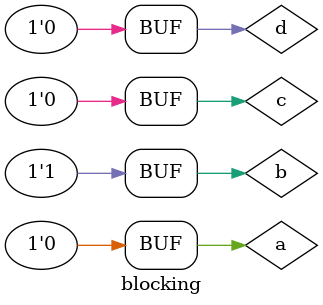
<source format=v>
module blocking;
  reg a;
  reg b;
  reg c;
  reg d;
initial begin
    a = 1'b0;
    b = #10 1'b1;
    c = #5 1'b0;
    d = #20 {a, b, c};
end
initial begin
    $monitor($time,"a=%b b=%b c=%b d=%b",a,b,c,d);
end
initial begin
	$dumpfile("dump.vcd"); 
	$dumpvars;
	
	end
endmodule
</source>
